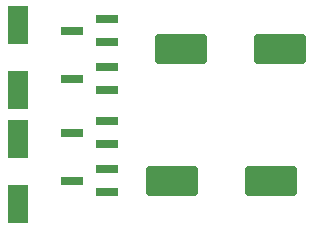
<source format=gbr>
%TF.GenerationSoftware,KiCad,Pcbnew,(6.0.1)*%
%TF.CreationDate,2022-02-14T16:30:39+01:00*%
%TF.ProjectId,Gleichrichter_Fernlicht,476c6569-6368-4726-9963-687465725f46,rev?*%
%TF.SameCoordinates,Original*%
%TF.FileFunction,Paste,Bot*%
%TF.FilePolarity,Positive*%
%FSLAX46Y46*%
G04 Gerber Fmt 4.6, Leading zero omitted, Abs format (unit mm)*
G04 Created by KiCad (PCBNEW (6.0.1)) date 2022-02-14 16:30:39*
%MOMM*%
%LPD*%
G01*
G04 APERTURE LIST*
G04 Aperture macros list*
%AMRoundRect*
0 Rectangle with rounded corners*
0 $1 Rounding radius*
0 $2 $3 $4 $5 $6 $7 $8 $9 X,Y pos of 4 corners*
0 Add a 4 corners polygon primitive as box body*
4,1,4,$2,$3,$4,$5,$6,$7,$8,$9,$2,$3,0*
0 Add four circle primitives for the rounded corners*
1,1,$1+$1,$2,$3*
1,1,$1+$1,$4,$5*
1,1,$1+$1,$6,$7*
1,1,$1+$1,$8,$9*
0 Add four rect primitives between the rounded corners*
20,1,$1+$1,$2,$3,$4,$5,0*
20,1,$1+$1,$4,$5,$6,$7,0*
20,1,$1+$1,$6,$7,$8,$9,0*
20,1,$1+$1,$8,$9,$2,$3,0*%
G04 Aperture macros list end*
%ADD10RoundRect,0.250000X1.950000X1.000000X-1.950000X1.000000X-1.950000X-1.000000X1.950000X-1.000000X0*%
%ADD11R,1.900000X0.800000*%
%ADD12R,1.700000X3.300000*%
G04 APERTURE END LIST*
D10*
%TO.C,C1*%
X162442000Y-103124000D03*
X154042000Y-103124000D03*
%TD*%
D11*
%TO.C,Q4*%
X147804000Y-100650000D03*
X147804000Y-102550000D03*
X144804000Y-101600000D03*
%TD*%
%TO.C,Q2*%
X147804000Y-113350000D03*
X147804000Y-115250000D03*
X144804000Y-114300000D03*
%TD*%
D10*
%TO.C,C2*%
X161680000Y-114300000D03*
X153280000Y-114300000D03*
%TD*%
D11*
%TO.C,Q1*%
X147804000Y-104714000D03*
X147804000Y-106614000D03*
X144804000Y-105664000D03*
%TD*%
D12*
%TO.C,D2*%
X140208000Y-101136000D03*
X140208000Y-106636000D03*
%TD*%
D11*
%TO.C,Q3*%
X147804000Y-109286000D03*
X147804000Y-111186000D03*
X144804000Y-110236000D03*
%TD*%
D12*
%TO.C,D1*%
X140208000Y-116288000D03*
X140208000Y-110788000D03*
%TD*%
M02*

</source>
